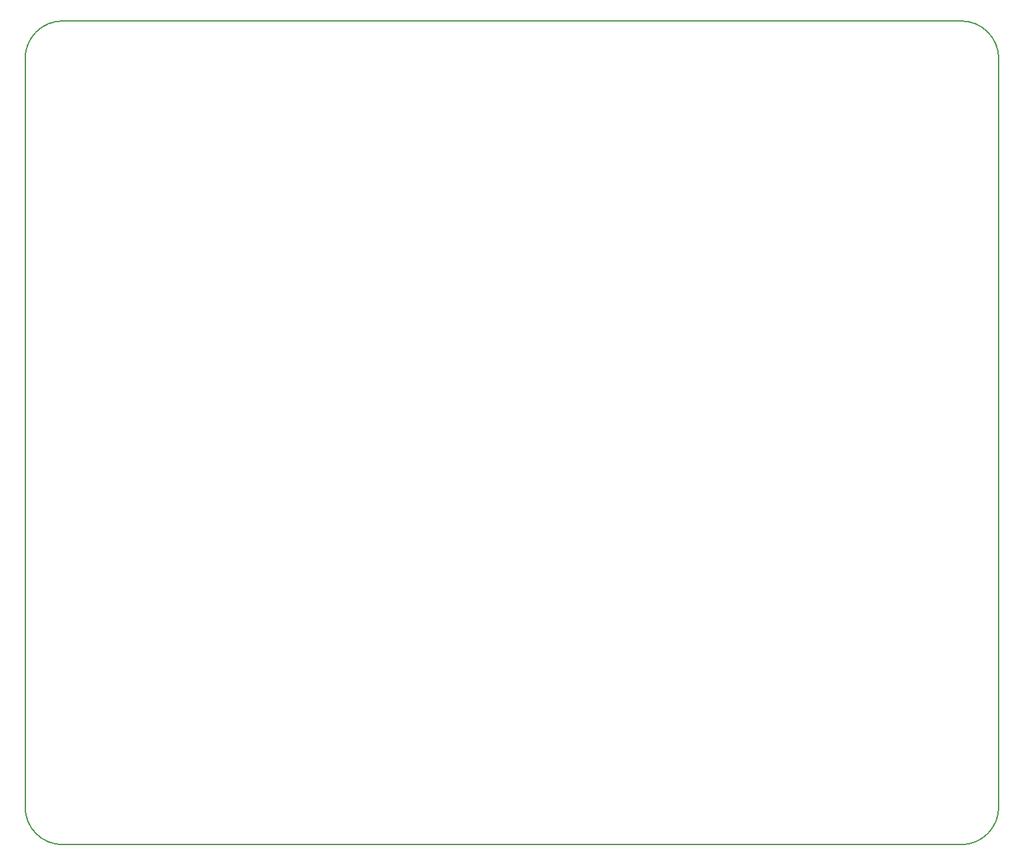
<source format=gbr>
%TF.GenerationSoftware,KiCad,Pcbnew,7.0.10*%
%TF.CreationDate,2024-06-18T13:30:52+03:00*%
%TF.ProjectId,driver-bridge-side,64726976-6572-42d6-9272-696467652d73,rev?*%
%TF.SameCoordinates,Original*%
%TF.FileFunction,Profile,NP*%
%FSLAX46Y46*%
G04 Gerber Fmt 4.6, Leading zero omitted, Abs format (unit mm)*
G04 Created by KiCad (PCBNEW 7.0.10) date 2024-06-18 13:30:52*
%MOMM*%
%LPD*%
G01*
G04 APERTURE LIST*
%TA.AperFunction,Profile*%
%ADD10C,0.200000*%
%TD*%
G04 APERTURE END LIST*
D10*
X141997466Y-16997534D02*
G75*
G03*
X136997534Y-11997534I-4999966J34D01*
G01*
X136997534Y-11997534D02*
X16997534Y-11997534D01*
X136997534Y-121997534D02*
G75*
G03*
X141997534Y-116997534I-34J5000034D01*
G01*
X11997526Y-116997534D02*
G75*
G03*
X16997534Y-121997534I5000004J4D01*
G01*
X16997534Y-121997534D02*
X136997534Y-121997534D01*
X16997534Y-11997534D02*
G75*
G03*
X11997534Y-16997534I-4J-4999996D01*
G01*
X11997534Y-16997534D02*
X11997534Y-116997534D01*
X141997534Y-116997534D02*
X141997534Y-16997534D01*
M02*

</source>
